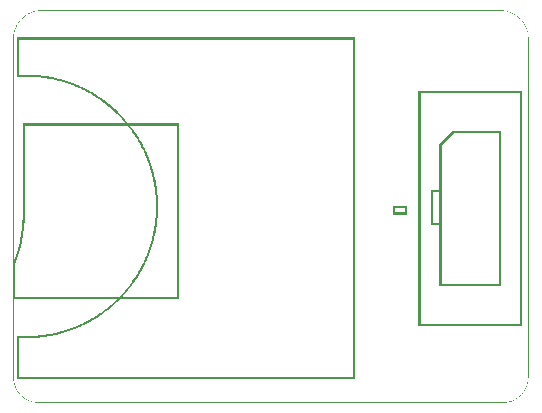
<source format=gto>
%FSLAX46Y46*%
%MOMM*%
%LPD*%
G01*
%ADD10C,0.050000*%
D10*
%LPD*%
%LPD*%
G36*
X0006498742Y0036853472D02*
G01*
X0006438992Y0036848923D01*
X0006379660Y0036842895D01*
X0006320771Y0036835406D01*
X0006262336Y0036826474D01*
X0006204380Y0036816119D01*
X0006146915Y0036804358D01*
X0006089967Y0036791211D01*
X0006033548Y0036776694D01*
X0005977679Y0036760827D01*
X0005922381Y0036743629D01*
X0005867668Y0036725117D01*
X0005813561Y0036705309D01*
X0005760079Y0036684225D01*
X0005707240Y0036661884D01*
X0005655062Y0036638301D01*
X0005603565Y0036613498D01*
X0005552767Y0036587492D01*
X0005502685Y0036560301D01*
X0005453341Y0036531943D01*
X0005404752Y0036502439D01*
X0005356936Y0036471804D01*
X0005309912Y0036440057D01*
X0005263700Y0036407220D01*
X0005218318Y0036373308D01*
X0005173784Y0036338340D01*
X0005130117Y0036302334D01*
X0005087336Y0036265310D01*
X0005045461Y0036227287D01*
X0005004509Y0036188281D01*
X0004964498Y0036148312D01*
X0004925449Y0036107397D01*
X0004887379Y0036065557D01*
X0004850308Y0036022809D01*
X0004814254Y0035979172D01*
X0004779234Y0035934662D01*
X0004745270Y0035889301D01*
X0004712380Y0035843107D01*
X0004680580Y0035796097D01*
X0004649891Y0035748289D01*
X0004620332Y0035699703D01*
X0004591920Y0035650358D01*
X0004564674Y0035600270D01*
X0004538614Y0035549460D01*
X0004513758Y0035497944D01*
X0004490123Y0035445743D01*
X0004467730Y0035392872D01*
X0004446597Y0035339354D01*
X0004426741Y0035285203D01*
X0004408183Y0035230441D01*
X0004390940Y0035175082D01*
X0004375032Y0035119149D01*
X0004360476Y0035062657D01*
X0004347292Y0035005627D01*
X0004335497Y0034948073D01*
X0004325112Y0034890018D01*
X0004316154Y0034831477D01*
X0004308643Y0034772470D01*
X0004302596Y0034713015D01*
X0004298032Y0034653128D01*
X0004294971Y0034592830D01*
X0004293431Y0034532102D01*
X0004293302Y0034501593D01*
X0004293302Y0005930220D01*
X0004293419Y0005899714D01*
X0004294824Y0005839107D01*
X0004297615Y0005779085D01*
X0004301778Y0005719625D01*
X0004307297Y0005660742D01*
X0004314156Y0005602445D01*
X0004322339Y0005544754D01*
X0004331829Y0005487676D01*
X0004342612Y0005431228D01*
X0004354671Y0005375422D01*
X0004367991Y0005320270D01*
X0004382555Y0005265786D01*
X0004398348Y0005211985D01*
X0004415353Y0005158879D01*
X0004433556Y0005106479D01*
X0004452940Y0005054801D01*
X0004473490Y0005003857D01*
X0004495189Y0004953662D01*
X0004518023Y0004904227D01*
X0004541974Y0004855568D01*
X0004567029Y0004807692D01*
X0004593170Y0004760620D01*
X0004620382Y0004714361D01*
X0004648650Y0004668929D01*
X0004677958Y0004624336D01*
X0004708289Y0004580600D01*
X0004739630Y0004537727D01*
X0004771962Y0004495737D01*
X0004805272Y0004454639D01*
X0004839543Y0004414449D01*
X0004874761Y0004375178D01*
X0004910909Y0004336840D01*
X0004947970Y0004299452D01*
X0004985932Y0004263021D01*
X0005024776Y0004227565D01*
X0005064488Y0004193095D01*
X0005105052Y0004159627D01*
X0005146454Y0004127170D01*
X0005188676Y0004095741D01*
X0005231703Y0004065353D01*
X0005275521Y0004036019D01*
X0005320113Y0004007751D01*
X0005365463Y0003980564D01*
X0005411556Y0003954472D01*
X0005458379Y0003929486D01*
X0005505912Y0003905621D01*
X0005554141Y0003882892D01*
X0005603052Y0003861309D01*
X0005652630Y0003840888D01*
X0005702855Y0003821642D01*
X0005753717Y0003803583D01*
X0005805199Y0003786726D01*
X0005857281Y0003771085D01*
X0005909953Y0003756673D01*
X0005963198Y0003743503D01*
X0006016999Y0003731588D01*
X0006071342Y0003720943D01*
X0006126212Y0003711581D01*
X0006181591Y0003703515D01*
X0006237465Y0003696760D01*
X0006293821Y0003691328D01*
X0006350640Y0003687234D01*
X0006407907Y0003684491D01*
X0006465642Y0003683112D01*
X0006494668Y0003682997D01*
X0045698751Y0003682997D01*
X0045724472Y0003683112D01*
X0045775898Y0003684489D01*
X0045827195Y0003687227D01*
X0045878381Y0003691315D01*
X0045929432Y0003696739D01*
X0045980289Y0003703481D01*
X0046056311Y0003715892D01*
X0046156905Y0003737171D01*
X0046256410Y0003763495D01*
X0046354673Y0003794765D01*
X0046451506Y0003830874D01*
X0046546722Y0003871716D01*
X0046640130Y0003917183D01*
X0046731543Y0003967167D01*
X0046820772Y0004021562D01*
X0046907628Y0004080259D01*
X0046991923Y0004143151D01*
X0047073468Y0004210128D01*
X0047152075Y0004281083D01*
X0047227556Y0004355908D01*
X0047299723Y0004434494D01*
X0047368388Y0004516731D01*
X0047433364Y0004602514D01*
X0047494483Y0004691761D01*
X0047537521Y0004760969D01*
X0047564969Y0004808022D01*
X0047591363Y0004855907D01*
X0047616658Y0004904576D01*
X0047640832Y0004954016D01*
X0047663861Y0005004214D01*
X0047685724Y0005055159D01*
X0047706395Y0005106832D01*
X0047725853Y0005159228D01*
X0047744072Y0005212326D01*
X0047761030Y0005266115D01*
X0047776704Y0005320584D01*
X0047791071Y0005375719D01*
X0047804106Y0005431505D01*
X0047815787Y0005487930D01*
X0047826090Y0005544981D01*
X0047834992Y0005602646D01*
X0047842469Y0005660909D01*
X0047848497Y0005719760D01*
X0047853054Y0005779183D01*
X0047856116Y0005839167D01*
X0047857659Y0005899738D01*
X0047857789Y0005930222D01*
X0047857789Y0034501594D01*
X0047857660Y0034532103D01*
X0047856124Y0034592832D01*
X0047853073Y0034653131D01*
X0047848524Y0034713019D01*
X0047842495Y0034772476D01*
X0047835006Y0034831485D01*
X0047826075Y0034890025D01*
X0047815719Y0034948083D01*
X0047803958Y0035005636D01*
X0047790810Y0035062668D01*
X0047776293Y0035119160D01*
X0047760427Y0035175095D01*
X0047743228Y0035230453D01*
X0047724716Y0035285216D01*
X0047704909Y0035339367D01*
X0047683825Y0035392885D01*
X0047661483Y0035445756D01*
X0047637901Y0035497957D01*
X0047613098Y0035549474D01*
X0047587092Y0035600283D01*
X0047559901Y0035650371D01*
X0047531544Y0035699717D01*
X0047502040Y0035748301D01*
X0047471405Y0035796109D01*
X0047439660Y0035843119D01*
X0047406823Y0035889312D01*
X0047372911Y0035934673D01*
X0047337944Y0035979180D01*
X0047301939Y0036022818D01*
X0047264916Y0036065565D01*
X0047226893Y0036107405D01*
X0047187887Y0036148319D01*
X0047147920Y0036188286D01*
X0047107005Y0036227292D01*
X0047065166Y0036265315D01*
X0047022419Y0036302338D01*
X0046978781Y0036338343D01*
X0046934274Y0036373310D01*
X0046888913Y0036407222D01*
X0046842719Y0036440059D01*
X0046795710Y0036471804D01*
X0046747902Y0036502439D01*
X0046699318Y0036531943D01*
X0046649972Y0036560300D01*
X0046599883Y0036587492D01*
X0046549074Y0036613497D01*
X0046497558Y0036638301D01*
X0046445357Y0036661882D01*
X0046392486Y0036684225D01*
X0046338968Y0036705308D01*
X0046284817Y0036725115D01*
X0046230054Y0036743627D01*
X0046174695Y0036760826D01*
X0046118761Y0036776693D01*
X0046062268Y0036791209D01*
X0046005236Y0036804357D01*
X0045947684Y0036816118D01*
X0045889626Y0036826474D01*
X0045831086Y0036835405D01*
X0045772077Y0036842895D01*
X0045712620Y0036848923D01*
X0045652732Y0036853472D01*
X0045592433Y0036856523D01*
X0045531703Y0036858059D01*
X0045501194Y0036858188D01*
X0006649896Y0036858188D01*
X0045599205Y0036891504D01*
X0045654960Y0036888682D01*
X0045715736Y0036884066D01*
X0045776078Y0036877948D01*
X0045835967Y0036870347D01*
X0045895385Y0036861281D01*
X0045954313Y0036850770D01*
X0046012732Y0036838832D01*
X0046070623Y0036825486D01*
X0046127966Y0036810751D01*
X0046184744Y0036794645D01*
X0046240937Y0036777187D01*
X0046296527Y0036758396D01*
X0046351494Y0036738290D01*
X0046405820Y0036716888D01*
X0046459487Y0036694210D01*
X0046512474Y0036670273D01*
X0046564765Y0036645096D01*
X0046616339Y0036618699D01*
X0046667178Y0036591100D01*
X0046717264Y0036562318D01*
X0046766577Y0036532371D01*
X0046815100Y0036501278D01*
X0046862813Y0036469058D01*
X0046909698Y0036435730D01*
X0046955735Y0036401312D01*
X0047000908Y0036365823D01*
X0047045195Y0036329281D01*
X0047088580Y0036291706D01*
X0047131044Y0036253116D01*
X0047172566Y0036213530D01*
X0047213130Y0036172966D01*
X0047252717Y0036131443D01*
X0047291307Y0036088979D01*
X0047328882Y0036045595D01*
X0047365423Y0036001307D01*
X0047400913Y0035956135D01*
X0047435331Y0035910097D01*
X0047468659Y0035863212D01*
X0047500879Y0035815499D01*
X0047531972Y0035766977D01*
X0047561919Y0035717663D01*
X0047590701Y0035667577D01*
X0047618300Y0035616738D01*
X0047644697Y0035565164D01*
X0047669874Y0035512873D01*
X0047693810Y0035459886D01*
X0047716489Y0035406219D01*
X0047737891Y0035351893D01*
X0047757996Y0035296926D01*
X0047776788Y0035241336D01*
X0047794246Y0035185143D01*
X0047810352Y0035128365D01*
X0047825087Y0035071022D01*
X0047838433Y0035013131D01*
X0047850371Y0034954712D01*
X0047860882Y0034895784D01*
X0047869947Y0034836366D01*
X0047877548Y0034776477D01*
X0047883667Y0034716135D01*
X0047888283Y0034655360D01*
X0047891379Y0034594170D01*
X0047892936Y0034532622D01*
X0047893066Y0034501672D01*
X0047893066Y0005930151D01*
X0047892935Y0005899213D01*
X0047891371Y0005837819D01*
X0047888263Y0005776935D01*
X0047883637Y0005716613D01*
X0047877517Y0005656866D01*
X0047869925Y0005597708D01*
X0047860886Y0005539155D01*
X0047850423Y0005481219D01*
X0047838561Y0005423915D01*
X0047825321Y0005367256D01*
X0047810730Y0005311258D01*
X0047794809Y0005255933D01*
X0047777584Y0005201296D01*
X0047759077Y0005147360D01*
X0047739313Y0005094140D01*
X0047718315Y0005041649D01*
X0047696108Y0004989901D01*
X0047672715Y0004938911D01*
X0047648160Y0004888691D01*
X0047622466Y0004839255D01*
X0047595658Y0004790618D01*
X0047567741Y0004742762D01*
X0047524030Y0004672471D01*
X0047461994Y0004581885D01*
X0047396004Y0004494764D01*
X0047326269Y0004411245D01*
X0047252980Y0004331437D01*
X0047176325Y0004255449D01*
X0047096495Y0004183390D01*
X0047013678Y0004115368D01*
X0046928064Y0004051492D01*
X0046839840Y0003991870D01*
X0046749197Y0003936613D01*
X0046656322Y0003885829D01*
X0046561403Y0003839627D01*
X0046464630Y0003798117D01*
X0046366192Y0003761409D01*
X0046266276Y0003729614D01*
X0046165072Y0003702840D01*
X0046062806Y0003681207D01*
X0045985450Y0003668579D01*
X0045933615Y0003661707D01*
X0045881650Y0003656186D01*
X0045829540Y0003652024D01*
X0045777310Y0003649236D01*
X0045725024Y0003647836D01*
X0045698830Y0003647719D01*
X0006494598Y0003647719D01*
X0006465152Y0003647836D01*
X0006406642Y0003649234D01*
X0006348528Y0003652017D01*
X0006290860Y0003656173D01*
X0006233656Y0003661686D01*
X0006176931Y0003668544D01*
X0006120702Y0003676734D01*
X0006064984Y0003686240D01*
X0006009793Y0003697051D01*
X0005955147Y0003709153D01*
X0005901061Y0003722531D01*
X0005847551Y0003737173D01*
X0005794634Y0003753065D01*
X0005742325Y0003770193D01*
X0005690641Y0003788543D01*
X0005639598Y0003808102D01*
X0005589212Y0003828857D01*
X0005539499Y0003850793D01*
X0005490475Y0003873897D01*
X0005442157Y0003898156D01*
X0005394560Y0003923555D01*
X0005347701Y0003950081D01*
X0005301596Y0003977720D01*
X0005256261Y0004006459D01*
X0005211712Y0004036283D01*
X0005167965Y0004067180D01*
X0005125036Y0004099135D01*
X0005082941Y0004132134D01*
X0005041697Y0004166165D01*
X0005001319Y0004201212D01*
X0004961823Y0004237263D01*
X0004923226Y0004274303D01*
X0004885543Y0004312319D01*
X0004848791Y0004351297D01*
X0004812986Y0004391224D01*
X0004778143Y0004432084D01*
X0004744279Y0004473865D01*
X0004711409Y0004516553D01*
X0004679550Y0004560134D01*
X0004648718Y0004604594D01*
X0004618929Y0004649919D01*
X0004590198Y0004696096D01*
X0004562541Y0004743110D01*
X0004535975Y0004790948D01*
X0004510516Y0004839595D01*
X0004486179Y0004889039D01*
X0004462980Y0004939265D01*
X0004440936Y0004990258D01*
X0004420062Y0005042006D01*
X0004400374Y0005094494D01*
X0004381888Y0005147709D01*
X0004364619Y0005201636D01*
X0004348585Y0005256262D01*
X0004333799Y0005311572D01*
X0004320279Y0005367554D01*
X0004308041Y0005424192D01*
X0004297099Y0005481473D01*
X0004287470Y0005539382D01*
X0004279169Y0005597907D01*
X0004272212Y0005657033D01*
X0004266616Y0005716747D01*
X0004262395Y0005777033D01*
X0004259565Y0005837879D01*
X0004258143Y0005899237D01*
X0004258024Y0005930155D01*
X0004258024Y0034501672D01*
X0004258155Y0034532623D01*
X0004259716Y0034594172D01*
X0004262823Y0034655363D01*
X0004267454Y0034716140D01*
X0004273591Y0034776483D01*
X0004281215Y0034836373D01*
X0004290308Y0034895793D01*
X0004300849Y0034954722D01*
X0004312821Y0035013141D01*
X0004326204Y0035071033D01*
X0004340979Y0035128377D01*
X0004357128Y0035185155D01*
X0004374631Y0035241349D01*
X0004393470Y0035296939D01*
X0004413625Y0035351906D01*
X0004435077Y0035406233D01*
X0004457808Y0035459899D01*
X0004481798Y0035512887D01*
X0004507028Y0035565177D01*
X0004533480Y0035616751D01*
X0004561134Y0035667590D01*
X0004589972Y0035717676D01*
X0004619974Y0035766989D01*
X0004651122Y0035815511D01*
X0004683396Y0035863223D01*
X0004716778Y0035910108D01*
X0004751249Y0035956145D01*
X0004786789Y0036001316D01*
X0004823380Y0036045603D01*
X0004861003Y0036088988D01*
X0004899639Y0036131450D01*
X0004939268Y0036172972D01*
X0004979873Y0036213536D01*
X0005021434Y0036253121D01*
X0005063933Y0036291711D01*
X0005107350Y0036329285D01*
X0005151666Y0036365826D01*
X0005196863Y0036401314D01*
X0005242922Y0036435732D01*
X0005289823Y0036469060D01*
X0005337548Y0036501279D01*
X0005386078Y0036532371D01*
X0005435395Y0036562318D01*
X0005485478Y0036591100D01*
X0005536310Y0036618699D01*
X0005587870Y0036645096D01*
X0005640141Y0036670272D01*
X0005693104Y0036694208D01*
X0005746739Y0036716887D01*
X0005801027Y0036738288D01*
X0005855949Y0036758394D01*
X0005911487Y0036777185D01*
X0005967621Y0036794643D01*
X0006024332Y0036810750D01*
X0006081602Y0036825485D01*
X0006139410Y0036838831D01*
X0006197739Y0036850769D01*
X0006256568Y0036861280D01*
X0006269795Y0036863302D01*
X0006619469Y0036858059D01*
X0006558896Y0036856523D01*
G37*
G36*
X0045532223Y0036893335D02*
G01*
X0045593771Y0036891779D01*
X0045599205Y0036891504D01*
X0006649896Y0036858188D01*
X0006619469Y0036858059D01*
X0006269795Y0036863302D01*
X0006315879Y0036870346D01*
X0006375652Y0036877947D01*
X0006435869Y0036884065D01*
X0006496509Y0036888682D01*
X0006557555Y0036891778D01*
X0006618949Y0036893335D01*
X0006649818Y0036893466D01*
X0045501273Y0036893466D01*
G37*
%LPD*%
%LPD*%
G36*
X0045391874Y0013712459D02*
G01*
X0045391874Y0026525336D01*
X0041547683Y0026525336D01*
X0045568263Y0026701725D01*
X0045568263Y0013536071D01*
X0040350685Y0013536071D01*
X0040350685Y0025584845D01*
X0040494956Y0025728168D01*
X0040527073Y0025511441D01*
X0040527073Y0013712459D01*
G37*
G36*
X0041547683Y0026525336D02*
G01*
X0040527073Y0025511441D01*
X0040494956Y0025728168D01*
X0041474961Y0026701725D01*
X0045568263Y0026701725D01*
G37*
%LPD*%
%LPD*%
G36*
X0038749075Y0010322268D02*
G01*
X0047173400Y0010322268D01*
X0047349789Y0030091916D01*
X0047349789Y0010145879D01*
X0038572686Y0010145879D01*
X0038572686Y0030091916D01*
X0038749075Y0029915528D01*
G37*
G36*
X0047173400Y0010322268D02*
G01*
X0047173400Y0029915528D01*
X0038749075Y0029915528D01*
X0038572686Y0030091916D01*
X0047349789Y0030091916D01*
G37*
%LPD*%
%LPD*%
G36*
X0040414185Y0021491202D02*
G01*
X0039825046Y0021491202D01*
X0039825046Y0018845371D01*
X0040414185Y0018845371D01*
X0040414185Y0018668983D01*
X0039648657Y0018668983D01*
X0039648657Y0021667591D01*
X0040414185Y0021667591D01*
G37*
%LPD*%
%LPD*%
G36*
X0036618299Y0019766120D02*
G01*
X0037440271Y0019766120D01*
X0037616659Y0020337620D01*
X0037616659Y0019589732D01*
X0036441910Y0019589732D01*
X0036441910Y0020337620D01*
X0036618299Y0020161231D01*
G37*
G36*
X0037440271Y0019766120D02*
G01*
X0037440271Y0020161231D01*
X0036618299Y0020161231D01*
X0036441910Y0020337620D01*
X0037616659Y0020337620D01*
G37*
%LPD*%
%LPD*%
G36*
X0005244808Y0021431302D02*
G01*
X0005242493Y0020284598D01*
X0005242273Y0019776542D01*
X0005241876Y0019653499D01*
X0005237261Y0019412413D01*
X0005228323Y0019177176D01*
X0005215362Y0018948050D01*
X0005198676Y0018725152D01*
X0005178561Y0018508602D01*
X0005155316Y0018298517D01*
X0005129238Y0018095016D01*
X0005100624Y0017898215D01*
X0005069771Y0017708234D01*
X0005036977Y0017525189D01*
X0005002539Y0017349199D01*
X0004966754Y0017180380D01*
X0004929920Y0017018850D01*
X0004892333Y0016864727D01*
X0004854290Y0016718127D01*
X0004816089Y0016579168D01*
X0004778026Y0016447968D01*
X0004740399Y0016324642D01*
X0004703474Y0016209217D01*
X0004649972Y0016050434D01*
X0004584167Y0015869217D01*
X0004526598Y0015721982D01*
X0004479601Y0015609598D01*
X0004434413Y0015509046D01*
X0004434413Y0012632960D01*
X0018101011Y0012632960D01*
X0018101011Y0027125058D01*
X0005269980Y0027125058D01*
X0018277400Y0027301447D01*
X0018277400Y0012456572D01*
X0004258024Y0012456572D01*
X0004258024Y0015549922D01*
X0004272769Y0015579670D01*
X0004317762Y0015679787D01*
X0004363070Y0015788133D01*
X0004419106Y0015931446D01*
X0004483474Y0016108706D01*
X0004535886Y0016264254D01*
X0004572035Y0016377254D01*
X0004608960Y0016498279D01*
X0004646339Y0016627122D01*
X0004683875Y0016763660D01*
X0004721274Y0016907779D01*
X0004758240Y0017059355D01*
X0004794480Y0017218278D01*
X0004829699Y0017384427D01*
X0004863601Y0017557680D01*
X0004895894Y0017737928D01*
X0004926281Y0017925044D01*
X0004954470Y0018118917D01*
X0004980165Y0018319428D01*
X0005003072Y0018526459D01*
X0005022897Y0018739895D01*
X0005039345Y0018959615D01*
X0005052123Y0019185507D01*
X0005060936Y0019417449D01*
X0005065492Y0019655472D01*
X0005065884Y0019776863D01*
X0005066105Y0020284811D01*
X0005068420Y0021431785D01*
X0005074704Y0023287089D01*
X0005090580Y0026611354D01*
X0005091279Y0026730735D01*
X0005266966Y0026610404D01*
X0005251092Y0023286390D01*
G37*
G36*
X0005269980Y0027125058D02*
G01*
X0005266966Y0026610404D01*
X0005091279Y0026730735D01*
X0005094621Y0027301447D01*
X0018277400Y0027301447D01*
G37*
%LPD*%
%LPD*%
G36*
X0004748384Y0031443054D02*
G01*
X0005365838Y0031443054D01*
X0005438005Y0031442902D01*
X0005581887Y0031441079D01*
X0005725420Y0031437442D01*
X0005868500Y0031432003D01*
X0006011116Y0031424773D01*
X0006153257Y0031415763D01*
X0006294912Y0031404983D01*
X0006436069Y0031392446D01*
X0006576717Y0031378160D01*
X0006716847Y0031362138D01*
X0006856445Y0031344391D01*
X0006995501Y0031324928D01*
X0007134005Y0031303763D01*
X0007271945Y0031280904D01*
X0007409309Y0031256364D01*
X0007546088Y0031230152D01*
X0007682269Y0031202281D01*
X0007817843Y0031172762D01*
X0007952797Y0031141604D01*
X0008087120Y0031108819D01*
X0008220803Y0031074419D01*
X0008353833Y0031038413D01*
X0008486199Y0031000813D01*
X0008617891Y0030961631D01*
X0008748898Y0030920877D01*
X0008879208Y0030878561D01*
X0009008811Y0030834696D01*
X0009137695Y0030789291D01*
X0009265850Y0030742359D01*
X0009393265Y0030693909D01*
X0009519928Y0030643953D01*
X0009645828Y0030592503D01*
X0009770956Y0030539568D01*
X0009895299Y0030485160D01*
X0010018846Y0030429290D01*
X0010141588Y0030371970D01*
X0010263512Y0030313209D01*
X0010384609Y0030253018D01*
X0010504866Y0030191410D01*
X0010624273Y0030128395D01*
X0010742819Y0030063983D01*
X0010860494Y0029998187D01*
X0010977285Y0029931016D01*
X0011093183Y0029862481D01*
X0011208176Y0029792595D01*
X0011322254Y0029721367D01*
X0011435405Y0029648810D01*
X0011547618Y0029574932D01*
X0011658883Y0029499747D01*
X0011769189Y0029423264D01*
X0011878525Y0029345494D01*
X0011986880Y0029266449D01*
X0012094243Y0029186140D01*
X0012200603Y0029104577D01*
X0012305949Y0029021772D01*
X0012410270Y0028937734D01*
X0012513556Y0028852477D01*
X0012615796Y0028766009D01*
X0012716977Y0028678343D01*
X0012817091Y0028589488D01*
X0012916125Y0028499457D01*
X0013014070Y0028408260D01*
X0013110913Y0028315908D01*
X0013206644Y0028222412D01*
X0013301252Y0028127783D01*
X0013394727Y0028032032D01*
X0013487057Y0027935169D01*
X0013578231Y0027837206D01*
X0013668239Y0027738154D01*
X0013757069Y0027638023D01*
X0013844712Y0027536825D01*
X0013931154Y0027434570D01*
X0014016387Y0027331270D01*
X0014100399Y0027226935D01*
X0014183178Y0027121576D01*
X0014264715Y0027015204D01*
X0014344998Y0026907831D01*
X0014424016Y0026799466D01*
X0014501758Y0026690122D01*
X0014578214Y0026579808D01*
X0014653372Y0026468537D01*
X0014727222Y0026356318D01*
X0014799752Y0026243163D01*
X0014870952Y0026129082D01*
X0014940811Y0026014088D01*
X0015009317Y0025898190D01*
X0015076460Y0025781399D01*
X0015142229Y0025663727D01*
X0015206612Y0025545185D01*
X0015269600Y0025425783D01*
X0015331181Y0025305532D01*
X0015391344Y0025184444D01*
X0015450077Y0025062529D01*
X0015507371Y0024939799D01*
X0015563214Y0024816264D01*
X0015617596Y0024691935D01*
X0015670504Y0024566823D01*
X0015721929Y0024440940D01*
X0015771859Y0024314296D01*
X0015820284Y0024186903D01*
X0015867192Y0024058770D01*
X0015912572Y0023929910D01*
X0015956414Y0023800334D01*
X0015998706Y0023670051D01*
X0016039438Y0023539074D01*
X0016078599Y0023407414D01*
X0016116177Y0023275081D01*
X0016152162Y0023142087D01*
X0016186543Y0023008442D01*
X0016219308Y0022874158D01*
X0016250447Y0022739245D01*
X0016279950Y0022603715D01*
X0016307804Y0022467580D01*
X0016333999Y0022330849D01*
X0016358524Y0022193534D01*
X0016381368Y0022055646D01*
X0016402520Y0021917197D01*
X0016421970Y0021778197D01*
X0016439706Y0021638657D01*
X0016455718Y0021498589D01*
X0016469994Y0021358004D01*
X0016482523Y0021216912D01*
X0016493296Y0021075325D01*
X0016502300Y0020933255D01*
X0016509525Y0020790712D01*
X0016514960Y0020647707D01*
X0016518594Y0020504252D01*
X0016520416Y0020360450D01*
X0016520568Y0020288231D01*
X0016520416Y0020216012D01*
X0016518594Y0020072209D01*
X0016514960Y0019928751D01*
X0016509525Y0019785743D01*
X0016502300Y0019643195D01*
X0016493296Y0019501118D01*
X0016482523Y0019359524D01*
X0016469994Y0019218424D01*
X0016455718Y0019077829D01*
X0016439706Y0018937751D01*
X0016421970Y0018798199D01*
X0016402521Y0018659186D01*
X0016381368Y0018520723D01*
X0016358524Y0018382820D01*
X0016333999Y0018245490D01*
X0016307804Y0018108742D01*
X0016279950Y0017972588D01*
X0016250448Y0017837040D01*
X0016219309Y0017702108D01*
X0016186544Y0017567803D01*
X0016152163Y0017434137D01*
X0016116178Y0017301120D01*
X0016078600Y0017168764D01*
X0016039440Y0017037079D01*
X0015998708Y0016906077D01*
X0015956416Y0016775769D01*
X0015912574Y0016646166D01*
X0015867194Y0016517279D01*
X0015820286Y0016389119D01*
X0015771862Y0016261697D01*
X0015721932Y0016135023D01*
X0015670507Y0016009110D01*
X0015617599Y0015883968D01*
X0015563218Y0015759608D01*
X0015507375Y0015636041D01*
X0015450081Y0015513278D01*
X0015391348Y0015391330D01*
X0015331185Y0015270208D01*
X0015269605Y0015149923D01*
X0015206618Y0015030486D01*
X0015142234Y0014911909D01*
X0015076466Y0014794201D01*
X0015009323Y0014677375D01*
X0014940817Y0014561440D01*
X0014870959Y0014446408D01*
X0014799759Y0014332290D01*
X0014727229Y0014219098D01*
X0014653380Y0014106841D01*
X0014578222Y0013995530D01*
X0014501767Y0013885178D01*
X0014424025Y0013775794D01*
X0014345007Y0013667390D01*
X0014264725Y0013559977D01*
X0014183188Y0013453566D01*
X0014100409Y0013348167D01*
X0014016398Y0013243791D01*
X0013931166Y0013140450D01*
X0013844723Y0013038155D01*
X0013757081Y0012936916D01*
X0013668251Y0012836744D01*
X0013578244Y0012737650D01*
X0013487070Y0012639646D01*
X0013394740Y0012542742D01*
X0013301266Y0012446950D01*
X0013206658Y0012352279D01*
X0013110927Y0012258742D01*
X0013014084Y0012166348D01*
X0012916140Y0012075110D01*
X0012817106Y0011985038D01*
X0012716993Y0011896142D01*
X0012615811Y0011808435D01*
X0012513572Y0011721926D01*
X0012410287Y0011636628D01*
X0012305965Y0011552550D01*
X0012200619Y0011469704D01*
X0012094260Y0011388101D01*
X0011986897Y0011307751D01*
X0011878543Y0011228667D01*
X0011769207Y0011150858D01*
X0011658901Y0011074335D01*
X0011547636Y0010999111D01*
X0011435422Y0010925195D01*
X0011322271Y0010852599D01*
X0011208194Y0010781333D01*
X0011093201Y0010711409D01*
X0010977303Y0010642838D01*
X0010860512Y0010575630D01*
X0010742837Y0010509797D01*
X0010624291Y0010445350D01*
X0010504884Y0010382299D01*
X0010384627Y0010320656D01*
X0010263530Y0010260432D01*
X0010141606Y0010201637D01*
X0010018864Y0010144283D01*
X0009895316Y0010088380D01*
X0009770973Y0010033941D01*
X0009645845Y0009980974D01*
X0009519944Y0009929493D01*
X0009393281Y0009879508D01*
X0009265866Y0009831029D01*
X0009137711Y0009784068D01*
X0009008827Y0009738635D01*
X0008879223Y0009694743D01*
X0008748913Y0009652401D01*
X0008617906Y0009611621D01*
X0008486213Y0009572414D01*
X0008353846Y0009534790D01*
X0008220816Y0009498762D01*
X0008087133Y0009464339D01*
X0007952809Y0009431533D01*
X0007817855Y0009400355D01*
X0007682281Y0009370816D01*
X0007546099Y0009342927D01*
X0007409320Y0009316698D01*
X0007271954Y0009292141D01*
X0007134014Y0009269268D01*
X0006995510Y0009248087D01*
X0006856453Y0009228612D01*
X0006716854Y0009210852D01*
X0006576724Y0009194820D01*
X0006436075Y0009180524D01*
X0006294917Y0009167978D01*
X0006153261Y0009157191D01*
X0006011120Y0009148174D01*
X0005868503Y0009140939D01*
X0005725422Y0009135496D01*
X0005581888Y0009131857D01*
X0005438006Y0009130033D01*
X0005365838Y0009129880D01*
X0004748384Y0009129880D01*
X0004748384Y0005834939D01*
X0032995275Y0005834939D01*
X0032995275Y0034409912D01*
X0031611292Y0034409912D01*
X0033171664Y0034586301D01*
X0033171664Y0005658550D01*
X0004571996Y0005658550D01*
X0004571996Y0009306269D01*
X0005365659Y0009306269D01*
X0005436701Y0009306419D01*
X0005578534Y0009308217D01*
X0005719835Y0009311800D01*
X0005860682Y0009317158D01*
X0006001068Y0009324280D01*
X0006140979Y0009333155D01*
X0006280411Y0009343772D01*
X0006419350Y0009356122D01*
X0006557780Y0009370192D01*
X0006695695Y0009385971D01*
X0006833091Y0009403450D01*
X0006969944Y0009422617D01*
X0007106253Y0009443461D01*
X0007242005Y0009465973D01*
X0007377189Y0009490139D01*
X0007511795Y0009515951D01*
X0007645809Y0009543397D01*
X0007779223Y0009572465D01*
X0007912031Y0009603147D01*
X0008044216Y0009635431D01*
X0008175767Y0009669304D01*
X0008306676Y0009704758D01*
X0008436932Y0009741782D01*
X0008566527Y0009780365D01*
X0008695444Y0009820494D01*
X0008823675Y0009862160D01*
X0008951214Y0009905354D01*
X0009078044Y0009950062D01*
X0009204155Y0009996274D01*
X0009329542Y0010043981D01*
X0009454189Y0010093171D01*
X0009578082Y0010143831D01*
X0009701221Y0010195955D01*
X0009823584Y0010249528D01*
X0009945168Y0010304542D01*
X0010065960Y0010360985D01*
X0010185945Y0010418845D01*
X0010305120Y0010478114D01*
X0010423469Y0010538778D01*
X0010540985Y0010600831D01*
X0010657649Y0010664254D01*
X0010773462Y0010729046D01*
X0010888401Y0010795188D01*
X0011002466Y0010862675D01*
X0011115641Y0010931493D01*
X0011227916Y0011001633D01*
X0011339278Y0011073082D01*
X0011449721Y0011145831D01*
X0011559229Y0011219868D01*
X0011667796Y0011295184D01*
X0011775408Y0011371766D01*
X0011882056Y0011449605D01*
X0011987725Y0011528687D01*
X0012092411Y0011609006D01*
X0012196100Y0011690549D01*
X0012298779Y0011773303D01*
X0012400440Y0011857260D01*
X0012501071Y0011942408D01*
X0012600663Y0012028738D01*
X0012699202Y0012116235D01*
X0012796681Y0012204893D01*
X0012893085Y0012294697D01*
X0012988406Y0012385638D01*
X0013082634Y0012477707D01*
X0013175756Y0012570891D01*
X0013267763Y0012665180D01*
X0013358642Y0012760561D01*
X0013448381Y0012857023D01*
X0013536975Y0012954561D01*
X0013624411Y0013053160D01*
X0013710674Y0013152806D01*
X0013795759Y0013253495D01*
X0013879650Y0013355210D01*
X0013962341Y0013457945D01*
X0014043817Y0013561685D01*
X0014124070Y0013666422D01*
X0014203089Y0013772144D01*
X0014280862Y0013878841D01*
X0014357379Y0013986501D01*
X0014432630Y0014095114D01*
X0014506602Y0014204668D01*
X0014579287Y0014315155D01*
X0014650670Y0014426559D01*
X0014720745Y0014538874D01*
X0014789501Y0014652091D01*
X0014856923Y0014766191D01*
X0014923003Y0014881169D01*
X0014987730Y0014997012D01*
X0015051095Y0015113713D01*
X0015113084Y0015231258D01*
X0015173688Y0015349635D01*
X0015232897Y0015468837D01*
X0015290697Y0015588848D01*
X0015347082Y0015709663D01*
X0015402037Y0015831265D01*
X0015455554Y0015953650D01*
X0015507621Y0016076803D01*
X0015558228Y0016200714D01*
X0015607363Y0016325370D01*
X0015655017Y0016450764D01*
X0015701178Y0016576886D01*
X0015745835Y0016703718D01*
X0015788979Y0016831260D01*
X0015830597Y0016959488D01*
X0015870681Y0017088408D01*
X0015909216Y0017217991D01*
X0015946196Y0017348240D01*
X0015981609Y0017479141D01*
X0016015441Y0017610677D01*
X0016047685Y0017742844D01*
X0016078329Y0017875629D01*
X0016107362Y0018009022D01*
X0016134773Y0018143013D01*
X0016160552Y0018277586D01*
X0016184688Y0018412743D01*
X0016207170Y0018548455D01*
X0016227987Y0018684726D01*
X0016247129Y0018821539D01*
X0016264585Y0018958887D01*
X0016280344Y0019096756D01*
X0016294395Y0019235136D01*
X0016306727Y0019374016D01*
X0016317331Y0019513385D01*
X0016326194Y0019653239D01*
X0016333306Y0019793558D01*
X0016338656Y0019934334D01*
X0016342234Y0020075561D01*
X0016344029Y0020217315D01*
X0016344179Y0020288231D01*
X0016344029Y0020359147D01*
X0016342234Y0020500900D01*
X0016338656Y0020642124D01*
X0016333306Y0020782896D01*
X0016326194Y0020923213D01*
X0016317331Y0021063054D01*
X0016306727Y0021202421D01*
X0016294395Y0021341292D01*
X0016280344Y0021479662D01*
X0016264585Y0021617519D01*
X0016247130Y0021754852D01*
X0016227987Y0021891654D01*
X0016207170Y0022027912D01*
X0016184688Y0022163610D01*
X0016160552Y0022298748D01*
X0016134774Y0022433303D01*
X0016107362Y0022567278D01*
X0016078330Y0022700649D01*
X0016047686Y0022833415D01*
X0016015442Y0022965561D01*
X0015981609Y0023097079D01*
X0015946198Y0023227951D01*
X0015909218Y0023358178D01*
X0015870682Y0023487738D01*
X0015830599Y0023616628D01*
X0015788980Y0023744836D01*
X0015745837Y0023872347D01*
X0015701180Y0023999152D01*
X0015655020Y0024125243D01*
X0015607366Y0024250610D01*
X0015558230Y0024375239D01*
X0015507624Y0024499118D01*
X0015455558Y0024622237D01*
X0015402040Y0024744590D01*
X0015347085Y0024866161D01*
X0015290703Y0024986939D01*
X0015232900Y0025106920D01*
X0015173692Y0025226088D01*
X0015113089Y0025344430D01*
X0015051099Y0025461940D01*
X0014987737Y0025578601D01*
X0014923009Y0025694411D01*
X0014856928Y0025809353D01*
X0014789506Y0025923417D01*
X0014720753Y0026036593D01*
X0014650678Y0026148871D01*
X0014579294Y0026260238D01*
X0014506611Y0026370684D01*
X0014432638Y0026480201D01*
X0014357388Y0026588775D01*
X0014280871Y0026696395D01*
X0014203098Y0026803052D01*
X0014124080Y0026908734D01*
X0014043829Y0027013429D01*
X0013962351Y0027117131D01*
X0013879660Y0027219825D01*
X0013795772Y0027321497D01*
X0013710685Y0027422147D01*
X0013624423Y0027521752D01*
X0013536988Y0027620310D01*
X0013448396Y0027717804D01*
X0013358654Y0027814228D01*
X0013267775Y0027909569D01*
X0013175770Y0028003814D01*
X0013082647Y0028096957D01*
X0012988423Y0028188982D01*
X0012893100Y0028279884D01*
X0012796696Y0028369647D01*
X0012699217Y0028458264D01*
X0012600678Y0028545721D01*
X0012501088Y0028632008D01*
X0012400456Y0028717116D01*
X0012298796Y0028801032D01*
X0012196116Y0028883747D01*
X0012092428Y0028965249D01*
X0011987742Y0029045529D01*
X0011882072Y0029124571D01*
X0011775426Y0029202370D01*
X0011667814Y0029278913D01*
X0011559247Y0029354190D01*
X0011449738Y0029428189D01*
X0011339298Y0029500899D01*
X0011227931Y0029572312D01*
X0011115660Y0029642412D01*
X0011002485Y0029711193D01*
X0010888420Y0029778644D01*
X0010773477Y0029844752D01*
X0010657670Y0029909504D01*
X0010540999Y0029972897D01*
X0010423489Y0030034911D01*
X0010305138Y0030095543D01*
X0010185966Y0030154777D01*
X0010065976Y0030212605D01*
X0009945186Y0030269015D01*
X0009823601Y0030323997D01*
X0009701236Y0030377539D01*
X0009578101Y0030429631D01*
X0009454205Y0030480262D01*
X0009329558Y0030529423D01*
X0009204173Y0030577101D01*
X0009078058Y0030623286D01*
X0008951229Y0030667967D01*
X0008823694Y0030711132D01*
X0008695457Y0030752774D01*
X0008566541Y0030792879D01*
X0008436946Y0030831437D01*
X0008306692Y0030868437D01*
X0008175779Y0030903869D01*
X0008044229Y0030937721D01*
X0007912042Y0030969984D01*
X0007779238Y0031000646D01*
X0007645822Y0031029696D01*
X0007511803Y0031057124D01*
X0007377200Y0031082919D01*
X0007242016Y0031107069D01*
X0007106262Y0031129566D01*
X0006969952Y0031150396D01*
X0006833097Y0031169550D01*
X0006695704Y0031187018D01*
X0006557787Y0031202787D01*
X0006419352Y0031216847D01*
X0006280417Y0031229188D01*
X0006140984Y0031239798D01*
X0006001073Y0031248667D01*
X0005860684Y0031255784D01*
X0005719836Y0031261138D01*
X0005578534Y0031264719D01*
X0005436702Y0031266515D01*
X0005365659Y0031266665D01*
X0004571996Y0031266665D01*
X0004571996Y0034586301D01*
X0004748384Y0034409912D01*
G37*
G36*
X0031611292Y0034409912D02*
G01*
X0004748384Y0034409912D01*
X0004571996Y0034586301D01*
X0033171664Y0034586301D01*
G37*
M02*

</source>
